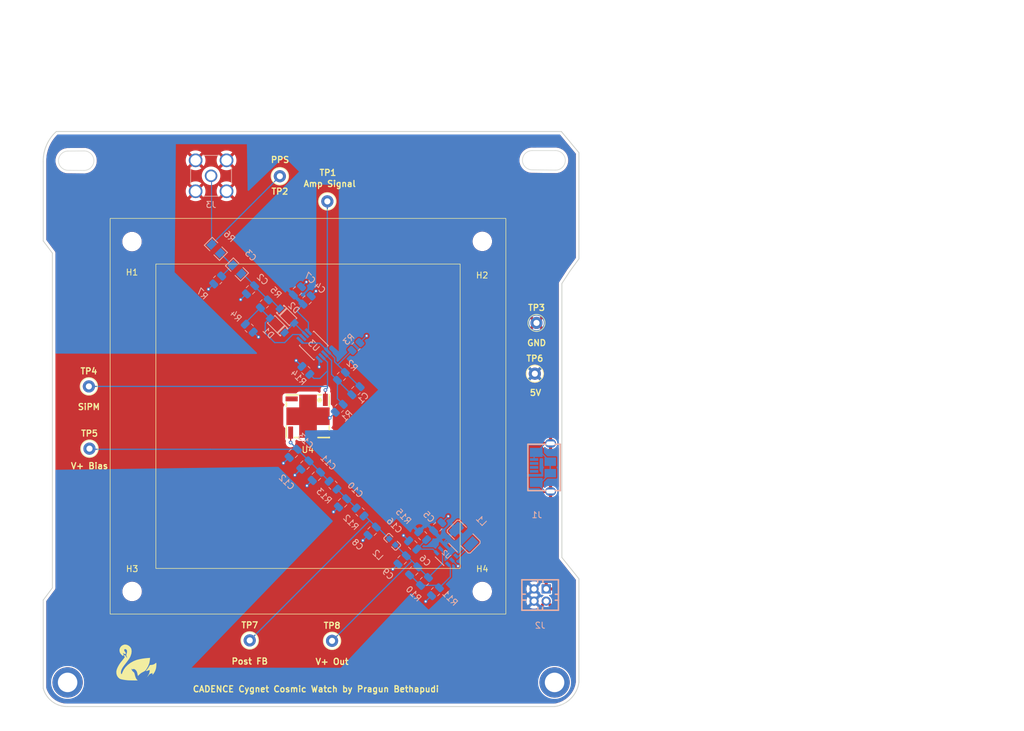
<source format=kicad_pcb>
(kicad_pcb (version 20241229) (generator "pcbnew") (generator_version "9.0")
  (layers (0 "F.Cu" signal) (4 "In1.Cu" signal) (6 "In2.Cu" signal) (2 "B.Cu" signal) (13 "F.Paste" user) (15 "B.Paste" user) (5 "F.SilkS" user "F.Silkscreen") (7 "B.SilkS" user "B.Silkscreen") (1 "F.Mask" user) (3 "B.Mask" user) (25 "Edge.Cuts" user))
  (net 0 "")
  (net 1 "Net-(U3A--)")
  (net 2 "Net-(U3B-+)")
  (net 3 "Net-(D2-K)")
  (net 4 "GND")
  (net 5 "Net-(C3-Pad2)")
  (net 6 "+5V")
  (net 7 "V_Out")
  (net 8 "FB")
  (net 9 "V_Bias")
  (net 10 "Net-(C10-Pad1)")
  (net 11 "Net-(U4-CATHODE)")
  (net 12 "Net-(U2-*SHDN)")
  (net 13 "Net-(D1-A)")
  (net 14 "Net-(D1-K)")
  (net 18 "Post Processed Signal")
  (net 19 "SiPM Signal")
  (net 20 "Net-(U2-SW)")
  (net 23 "Chassis Ground")
  (footprint "TestPoint:TestPoint_Keystone_5000-5004_Miniature" (layer "F.Cu") (at 96.925 104.375)
    (property "Reference" "TP5")
    (property "Value" "V+ Bias")
  )
  (footprint "MountingHole:MountingHole_2.7mm_M2.5" (layer "F.Cu") (at 103.91 70.36)
    (property "Reference" "H1")
    (property "Value" "MountingHole_Pad")
  )
  (footprint "" (layer "F.Cu") (at 173.33 142.78)
    (property "Reference" "")
    (property "Value" "")
  )
  (footprint "MountingHole:MountingHole_2.7mm_M2.5" (layer "F.Cu") (at 161.45 127.84)
    (property "Reference" "H4")
    (property "Value" "MountingHole_Pad")
  )
  (footprint "" (layer "F.Cu") (at 93.33 142.78)
    (property "Reference" "")
    (property "Value" "")
  )
  (footprint "TestPoint:TestPoint_Keystone_5000-5004_Miniature" (layer "F.Cu") (at 128.2 59.62 180)
    (property "Reference" "TP2")
    (property "Value" "PPS")
  )
  (footprint "TestPoint:TestPoint_Keystone_5000-5004_Miniature" (layer "F.Cu") (at 136.775 135.95)
    (property "Reference" "TP8")
    (property "Value" "V+ Out")
  )
  (footprint "SiPM-MicroFC60035:OPTO-SMD_4P-MICROFC-60035-SMT-TR" (layer "F.Cu") (at 132.825 99.05 180)
    (property "Reference" "U4")
    (property "Value" "MICROFC-60035-SMT-TR")
  )
  (footprint "TestPoint:TestPoint_Keystone_5000-5004_Miniature" (layer "F.Cu") (at 170.36 83.72)
    (property "Reference" "TP3")
    (property "Value" "GND")
  )
  (footprint "MountingHole:MountingHole_2.7mm_M2.5" (layer "F.Cu") (at 103.93 127.83)
    (property "Reference" "H3")
    (property "Value" "MountingHole_Pad")
  )
  (footprint "TestPoint:TestPoint_Keystone_5000-5004_Miniature" (layer "F.Cu") (at 123.25 135.875)
    (property "Reference" "TP7")
    (property "Value" "Post FB")
  )
  (footprint "LOGO" (layer "F.Cu") (at 156.2 59.69)
    (property "Reference" "G***" (hide yes))
    (property "Value" "LOGO" (hide yes))
  )
  (footprint "TestPoint:TestPoint_Keystone_5000-5004_Miniature" (layer "F.Cu") (at 136 63.75)
    (property "Reference" "TP1")
    (property "Value" "Amp Signal")
  )
  (footprint "TestPoint:TestPoint_Keystone_5000-5004_Miniature" (layer "F.Cu") (at 170.09 92.06)
    (property "Reference" "TP6")
    (property "Value" "5V")
  )
  (footprint "MountingHole:MountingHole_2.7mm_M2.5" (layer "F.Cu") (at 161.46 70.32)
    (property "Reference" "H2")
    (property "Value" "MountingHole_Pad")
  )
  (footprint "TestPoint:TestPoint_Keystone_5000-5004_Miniature" (layer "F.Cu") (at 96.825 94.15)
    (property "Reference" "TP4")
    (property "Value" "SiPM")
  )
  (footprint "LOGO" (layer "F.Cu") (at 104.61 139.51)
    (property "Reference" "G***" (hide yes))
    (property "Value" "LOGO" (hide yes))
  )
  (footprint "Capacitor_SMD:C_0805_2012Metric" (layer "B.Cu") (at 150.179765 124.459765 -135)
    (property "Reference" "C6")
    (property "Value" "22pF")
  )
  (footprint "LT1807MSOP:MSOP-8_MS_LIT" (layer "B.Cu") (at 133.773775 87.448775 135)
    (property "Reference" "U3")
    (property "Value" "LT1807")
  )
  (footprint "Capacitor_SMD:C_0805_2012Metric" (layer "B.Cu") (at 134.193249 108.916751 -135)
    (property "Reference" "C11")
    (property "Value" "10nF")
  )
  (footprint "OnSemi MBR0540:SOD-123_L2.8-W1.8-LS3.7-RD" (layer "B.Cu") (at 127.775 84.125 135)
    (property "Reference" "D1")
    (property "Value" "~")
  )
  (footprint "Capacitor_SMD:C_0805_2012Metric" (layer "B.Cu") (at 123.378775 78.278775 45)
    (property "Reference" "C2")
    (property "Value" "20nF")
  )
  (footprint "Resistor_SMD:R_0805_2012Metric" (layer "B.Cu") (at 117.984765 76.665235 45)
    (property "Reference" "R7")
    (property "Value" "24.9k")
  )
  (footprint "Resistor_SMD:R_0805_2012Metric" (layer "B.Cu") (at 132.470235 91.520235 135)
    (property "Reference" "R14")
    (property "Value" "49.9")
  )
  (footprint "BLM18BD252SN1D:L0603" (layer "B.Cu") (at 146.663039 119.686541 -45)
    (property "Reference" "L2")
    (property "Value" "BLM18BD252SN1D")
  )
  (footprint "Capacitor_SMD:C_0805_2012Metric" (layer "B.Cu") (at 132.323249 107.066751 -135)
    (property "Reference" "C12")
    (property "Value" "10nF")
  )
  (footprint "Resistor_SMD:R_0805_2012Metric" (layer "B.Cu") (at 123.168775 84.578775 135)
    (property "Reference" "R4")
    (property "Value" "100k")
  )
  (footprint "Resistor_SMD:R_0805_2012Metric" (layer "B.Cu") (at 136.933249 110.376751 -45)
    (property "Reference" "R13")
    (property "Value" "49.9")
  )
  (footprint "LQH32CN470K23:L1210" (layer "B.Cu") (at 158.398228 118.828225 135)
    (property "Reference" "L1")
    (property "Value" "47uH")
  )
  (footprint "DF11-4DP-2DSA:CONN-TH_DF11-4DP-2DSA-08" (layer "B.Cu") (at 170.96 128.42)
    (property "Reference" "J2")
    (property "Value" "DF11")
  )
  (footprint "Capacitor_SMD:C_0805_2012Metric" (layer "B.Cu") (at 130.403249 105.146751 -135)
    (property "Reference" "C13")
    (property "Value" "10nF")
  )
  (footprint "Capacitor_SMD:C_0805_2012Metric" (layer "B.Cu") (at 150.033014 120.206516 135)
    (property "Reference" "C16")
    (property "Value" "47nF")
  )
  (footprint "Resistor_SMD:R_0805_2012Metric" (layer "B.Cu") (at 140.698775 87.598775 -135)
    (property "Reference" "R3")
    (property "Value" "10k")
  )
  (footprint "Resistor_SMD:R_0805_2012Metric" (layer "B.Cu") (at 137.951658 97.746658 -135)
    (property "Reference" "R1")
    (property "Value" "249")
  )
  (footprint "Capacitor_SMD:C_0805_2012Metric" (layer "B.Cu") (at 131.088249 78.461751 45)
    (property "Reference" "C7")
    (property "Value" "0.1uF")
  )
  (footprint "Resistor_SMD:R_0805_2012Metric" (layer "B.Cu") (at 153.762779 127.876751 -135)
    (property "Reference" "R11")
    (property "Value" "10k")
  )
  (footprint "Capacitor_SMD:C_0805_2012Metric" (layer "B.Cu") (at 148.283014 122.656516 -135)
    (property "Reference" "C9")
    (property "Value" "0.47uF")
  )
  (footprint "MOLEX MicroUSB:MICRO-USB-SMD_5P-P0.65-H-F_105164-0001" (layer "B.Cu") (at 171.32 107.46 180)
    (property "Reference" "J1")
    (property "Value" "USB_B_Micro")
  )
  (footprint "Capacitor_SMD:C_0805_2012Metric" (layer "B.Cu") (at 143.358014 117.931516 -135)
    (property "Reference" "C8")
    (property "Value" "1uF")
  )
  (footprint "OnSemi MBR0540:SOD-123_L2.8-W1.8-LS3.7-RD" (layer "B.Cu") (at 129.368775 82.548775 -45)
    (property "Reference" "D2")
    (property "Value" "~")
  )
  (footprint "Capacitor_SMD:C_0805_2012Metric" (layer "B.Cu") (at 154.136263 117.203267 45)
    (property "Reference" "C5")
    (property "Value" "1uF")
  )
  (footprint "Resistor_SMD:R_0805_2012Metric" (layer "B.Cu") (at 138.30354 92.49401 45)
    (property "Reference" "R2")
    (property "Value" "10k")
  )
  (footprint "Capacitor_SMD:C_0805_2012Metric" (layer "B.Cu") (at 138.501498 113.278502 -135)
    (property "Reference" "C10")
    (property "Value" "10nF")
  )
  (footprint "RC0805JR-070RL:R0805" (layer "B.Cu") (at 117.688 71.552 135)
    (property "Reference" "R6")
    (property "Value" "0")
  )
  (footprint "LT3461:TSOT-23_S6_LIT" (layer "B.Cu") (at 155.55031 121.755307 135)
    (property "Reference" "U2")
    (property "Value" "LT3461ES6-TRPBF")
  )
  (footprint "Connector_Coaxial:SMA_Amphenol_901-144_Vertical" (layer "B.Cu") (at 116.9 59.55)
    (property "Reference" "J3")
    (property "Value" "Conn_Coaxial")
  )
  (footprint "Resistor_SMD:R_0805_2012Metric" (layer "B.Cu") (at 141.371498 114.778502 -45)
    (property "Reference" "R12")
    (property "Value" "49.9")
  )
  (footprint "RC0805JR-070RL:R0805" (layer "B.Cu") (at 121.158775 74.928775 135)
    (property "Reference" "C3")
    (property "Value" "0")
  )
  (footprint "Resistor_SMD:R_0805_2012Metric" (layer "B.Cu") (at 151.953249 126.186281 -135)
    (property "Reference" "R10")
    (property "Value" "226k")
  )
  (footprint "Capacitor_SMD:C_0805_2012Metric" (layer "B.Cu") (at 140.698775 94.848775 45)
    (property "Reference" "C1")
    (property "Value" "10pF")
  )
  (footprint "Resistor_SMD:R_0805_2012Metric" (layer "B.Cu") (at 151.658014 118.681516 135)
    (property "Reference" "R15")
    (property "Value" "47k")
  )
  (footprint "Capacitor_SMD:C_0805_2012Metric" (layer "B.Cu") (at 132.666498 79.958502 45)
    (property "Reference" "C4")
    (property "Value" "10uF")
  )
  (footprint "Resistor_SMD:R_0805_2012Metric" (layer "B.Cu") (at 125.648775 80.588775 45)
    (property "Reference" "R5")
    (property "Value" "100k")
  )
  (gr_rect (start 107.825 74.05) (end 157.825 124.05) (stroke (width 0.1)) (fill no) (layer "F.SilkS"))
  (gr_rect (start 100.325 66.55) (end 165.325 131.55) (stroke (width 0.1)) (fill no) (layer "F.SilkS"))
  (gr_line (start 93.329739 55.490806) (end 96.029962 55.465022) (stroke (width 0.1)) (layer "Edge.Cuts"))
  (gr_line (start 174.53 122.25) (end 174.53 77.25) (stroke (width 0.15)) (layer "Edge.Cuts"))
  (gr_arc (start 96.029962 55.465022) (mid 97.629958 57.065022) (end 96.029962 58.665022) (stroke (width 0.1)) (layer "Edge.Cuts"))
  (gr_arc (start 173.479962 55.415022) (mid 175.079958 57.015022) (end 173.479962 58.615022) (stroke (width 0.1)) (layer "Edge.Cuts"))
  (gr_arc (start 93.279764 58.640013) (mid 91.835554 57.042095) (end 93.329739 55.490806) (stroke (width 0.1)) (layer "Edge.Cuts"))
  (gr_line (start 89.33 129.25) (end 89.33 143.75) (stroke (width 0.15)) (layer "Edge.Cuts"))
  (gr_line (start 177.33 125.75) (end 174.53 122.25) (stroke (width 0.15)) (layer "Edge.Cuts"))
  (gr_arc (start 89.33 57.25) (mid 89.864893 54.520086) (end 91.49352 52.264845) (stroke (width 0.15)) (layer "Edge.Cuts"))
  (gr_line (start 175.83 75.25) (end 177.33 73.194322) (stroke (width 0.15)) (layer "Edge.Cuts"))
  (gr_arc (start 93.33 146.75) (mid 90.817625 145.933181) (end 89.33 143.75) (stroke (width 0.15)) (layer "Edge.Cuts"))
  (gr_line (start 177.33 73.194322) (end 177.33 55.75) (stroke (width 0.15)) (layer "Edge.Cuts"))
  (gr_line (start 173.479962 55.415022) (end 169.679937 55.415815) (stroke (width 0.1)) (layer "Edge.Cuts"))
  (gr_arc (start 177.33 142.75) (mid 176.006406 145.426406) (end 173.33 146.75) (stroke (width 0.15)) (layer "Edge.Cuts"))
  (gr_line (start 90.83 72.25) (end 89.33 70.25) (stroke (width 0.15)) (layer "Edge.Cuts"))
  (gr_line (start 89.33 129.25) (end 90.83 127.25) (stroke (width 0.15)) (layer "Edge.Cuts"))
  (gr_line (start 173.33 146.75) (end 93.33 146.75) (stroke (width 0.15)) (layer "Edge.Cuts"))
  (gr_line (start 91.49352 52.264845) (end 174.428162 52.264845) (stroke (width 0.15)) (layer "Edge.Cuts"))
  (gr_line (start 169.629962 58.565022) (end 173.479962 58.615022) (stroke (width 0.1)) (layer "Edge.Cuts"))
  (gr_line (start 177.33 142.749996) (end 177.33 125.75) (stroke (width 0.15)) (layer "Edge.Cuts"))
  (gr_line (start 174.53 77.25) (end 175.83 75.25) (stroke (width 0.15)) (layer "Edge.Cuts"))
  (gr_line (start 93.279764 58.640013) (end 96.029962 58.665022) (stroke (width 0.1)) (layer "Edge.Cuts"))
  (gr_arc (start 169.629962 58.565022) (mid 168.055156 56.965031) (end 169.679937 55.415815) (stroke (width 0.1)) (layer "Edge.Cuts"))
  (gr_line (start 89.33 57.25) (end 89.33 70.25) (stroke (width 0.15)) (layer "Edge.Cuts"))
  (gr_line (start 90.83 127.25) (end 90.83 72.25) (stroke (width 0.15)) (layer "Edge.Cuts"))
  (gr_line (start 174.436897 52.264845) (end 177.33 55.75) (stroke (width 0.15)) (layer "Edge.Cuts"))
  (gr_text "PPS" (at 128.23 56.92 0) (layer "F.SilkS") (effects (font (size 1 1) (thickness 0.2) (bold yes))))
  (gr_text "CADENCE Cygnet Cosmic Watch by Pragun Bethapudi" (at 113.8 144.46 0) (layer "F.SilkS") (effects (font (size 1 1) (thickness 0.2) (bold yes)) (justify left bottom)))
  (gr_text "Amp Signal" (at 132 61.45 0) (layer "F.SilkS") (effects (font (size 1 1) (thickness 0.2) (bold yes)) (justify left bottom)))
  (gr_text "5V" (at 170.2 95.19 0) (layer "F.SilkS") (effects (font (size 1 1) (thickness 0.2) (bold yes))))
  (segment (start 135.32962 88.545) (end 136.698775 89.914155) (width 0.2) (layer "B.Cu") (net 1))
  (segment (start 136.698775 92.179715) (end 137.658305 93.139245) (width 0.2) (layer "B.Cu") (net 1))
  (segment (start 137.658305 93.139245) (end 137.658305 96.162835) (width 0.2) (layer "B.Cu") (net 1))
  (segment (start 137.658305 96.162835) (end 138.596893 97.101423) (width 0.2) (layer "B.Cu") (net 1))
  (segment (start 135.57962 88.795) (end 135.68547 88.795) (width 0.2) (layer "B.Cu") (net 1))
  (segment (start 137.658305 93.151807) (end 137.658305 93.139245) (width 0.2) (layer "B.Cu") (net 1))
  (segment (start 136.698775 89.914155) (end 136.698775 92.179715) (width 0.2) (layer "B.Cu") (net 1))
  (segment (start 140.027024 95.520526) (end 137.658305 93.151807) (width 0.2) (layer "B.Cu") (net 1))
  (segment (start 137.448775 90.348775) (end 138.948775 91.848775) (width 0.2) (layer "B.Cu") (net 2))
  (segment (start 135.095703 87.391847) (end 136.039238 88.335382) (width 0.2) (layer "B.Cu") (net 2))
  (segment (start 135.789238 88.085382) (end 137.198775 89.494919) (width 0.2) (layer "B.Cu") (net 2))
  (segment (start 141.277024 94.177024) (end 141.370526 94.177024) (width 0.2) (layer "B.Cu") (net 2))
  (segment (start 136 88.271524) (end 136 63.75) (width 0.2) (layer "B.Cu") (net 2))
  (segment (start 131.508312 86.562168) (end 131.982802 87.036658) (width 0.2) (layer "B.Cu") (net 2))
  (segment (start 137.198775 89.494919) (end 137.198775 90.098775) (width 0.2) (layer "B.Cu") (net 2))
  (segment (start 138.948775 91.848775) (end 141.277024 94.177024) (width 0.2) (layer "B.Cu") (net 2))
  (segment (start 137.198775 90.098775) (end 137.448775 90.348775) (width 0.2) (layer "B.Cu") (net 2))
  (segment (start 134.740514 87.036658) (end 135.095703 87.391847) (width 0.2) (layer "B.Cu") (net 2))
  (segment (start 131.982802 87.036658) (end 134.740514 87.036658) (width 0.2) (layer "B.Cu") (net 2))
  (segment (start 136.039238 88.335382) (end 136.039238 88.310762) (width 0.2) (layer "B.Cu") (net 2))
  (segment (start 140.05354 88.24401) (end 137.698775 90.598775) (width 0.2) (layer "B.Cu") (net 2))
  (segment (start 136.039238 88.310762) (end 136 88.271524) (width 0.2) (layer "B.Cu") (net 2))
  (segment (start 126.29401 79.94354) (end 124.050526 77.700056) (width 0.2) (layer "B.Cu") (net 3))
  (segment (start 124.050526 77.607024) (end 122.079384 75.635882) (width 0.2) (layer "B.Cu") (net 3))
  (segment (start 128.173765 81.353765) (end 126.76354 79.94354) (width 0.2) (layer "B.Cu") (net 3))
  (segment (start 126.76354 79.94354) (end 126.29401 79.94354) (width 0.2) (layer "B.Cu") (net 3))
  (segment (start 124.050526 77.700056) (end 124.050526 77.607024) (width 0.2) (layer "B.Cu") (net 3))
  (segment (start 171.81 111.41) (end 170.32 109.92) (width 0.2) (layer "B.Cu") (net 4))
  (segment (start 122.707024 78.950526) (end 122.697024 78.950526) (width 0.2) (layer "B.Cu") (net 4))
  (segment (start 129.731498 105.818502) (end 129.721498 105.818502) (width 0.2) (layer "B.Cu") (net 4))
  (segment (start 134.660382 89.714238) (end 134.664238 89.714238) (width 0.2) (layer "B.Cu") (net 4))
  (segment (start 156.484764 122.684764) (end 157.47 123.67) (width 0.2) (layer "B.Cu") (net 4))
  (segment (start 131.651498 107.738502) (end 130.665 108.725) (width 0.2) (layer "B.Cu") (net 4))
  (segment (start 133.521498 109.588502) (end 133.511498 109.588502) (width 0.2) (layer "B.Cu") (net 4))
  (segment (start 137.306423 98.411893) (end 136.391658 99.326658) (width 0.2) (layer "B.Cu") (net 4))
  (segment (start 137.829747 113.950253) (end 137.01 114.77) (width 0.2) (layer "B.Cu") (net 4))
  (segment (start 154.808014 116.531516) (end 154.814512 116.531516) (width 0.2) (layer "B.Cu") (net 4))
  (segment (start 154.808014 116.531516) (end 154.808484 116.531516) (width 0.2) (layer "B.Cu") (net 4))
  (segment (start 156.479767 122.684764) (end 156.486262 122.684764) (width 0.2) (layer "B.Cu") (net 4))
  (segment (start 129.721498 105.818502) (end 128.78 106.76) (width 0.2) (layer "B.Cu") (net 4))
  (segment (start 169.97 106.16) (end 169.97 105.35) (width 0.2) (layer "B.Cu") (net 4))
  (segment (start 148.512779 118.636281) (end 149.361263 119.484765) (width 0.2) (layer "B.Cu") (net 4))
  (segment (start 133.521498 109.588502) (end 132.65 110.46) (width 0.2) (layer "B.Cu") (net 4))
  (segment (start 172.62 108.4) (end 171.1 109.92) (width 0.2) (layer "B.Cu") (net 4))
  (segment (start 133.338249 79.281751) (end 134.13 78.49) (width 0.2) (layer "B.Cu") (net 4))
  (segment (start 149.361263 119.484765) (end 149.361263 119.534765) (width 0.2) (layer "B.Cu") (net 4))
  (segment (start 172.67 103.51) (end 171.81 103.51) (width 0.2) (layer "B.Cu") (net 4))
  (segment (start 171.81 103.51) (end 170.32 105) (width 0.2) (layer "B.Cu") (net 4))
  (segment (start 131.825 90.875) (end 131.825 90.85) (width 0.2) (layer "B.Cu") (net 4))
  (segment (start 169.97 105.35) (end 170.32 105) (width 0.2) (layer "B.Cu") (net 4))
  (segment (start 172.67 111.41) (end 171.81 111.41) (width 0.2) (layer "B.Cu") (net 4))
  (segment (start 147.611263 123.328267) (end 146.759765 124.179765) (width 0.2) (layer "B.Cu") (net 4))
  (segment (start 131.825 90.85) (end 130.875 89.9) (width 0.2) (layer "B.Cu") (net 4))
  (segment (start 171.1 109.92) (end 170.32 109.92) (width 0.2) (layer "B.Cu") (net 4))
  (segment (start 123.81401 85.22401) (end 123.87401 85.22401) (width 0.2) (layer "B.Cu") (net 4))
  (segment (start 154.808484 116.531516) (end 155.86 115.48) (width 0.2) (layer "B.Cu") (net 4))
  (segment (start 134.660382 89.714238) (end 134.660382 90.939618) (width 0.2) (layer "B.Cu") (net 4))
  (segment (start 123.87401 85.22401) (end 124.688775 86.038775) (width 0.2) (layer "B.Cu") (net 4))
  (segment (start 133.338249 79.286751) (end 133.338249 79.281751) (width 0.2) (layer "B.Cu") (net 4))
  (segment (start 134.660382 90.939618) (end 134.66 90.94) (width 0.2) (layer "B.Cu") (net 4))
  (segment (start 172.62 106.52) (end 172.62 108.4) (width 0.2) (layer "B.Cu") (net 4))
  (segment (start 132.028249 77.778249) (end 131.946751 77.778249) (width 0.2) (layer "B.Cu") (net 4))
  (segment (start 156.479767 122.684764) (end 156.484764 122.684764) (width 0.2) (layer "B.Cu") (net 4))
  (segment (start 153.108014 128.521986) (end 152.15 129.48) (width 0.2) (layer "B.Cu") (net 4))
  (segment (start 172.62 106.52) (end 171.1 105) (width 0.2) (layer "B.Cu") (net 4))
  (segment (start 117.33953 77.31047) (end 116.47 78.18) (width 0.2) (layer "B.Cu") (net 4))
  (segment (start 171.1 105) (end 170.32 105) (width 0.2) (layer "B.Cu") (net 4))
  (segment (start 122.697024 78.950526) (end 121.758775 79.888775) (width 0.2) (layer "B.Cu") (net 4))
  (segment (start 141.34401 86.95354) (end 142.448775 85.848775) (width 0.2) (layer "B.Cu") (net 4))
  (segment (start 142.686263 118.603267) (end 141.833014 119.456516) (width 0.2) (layer "B.Cu") (net 4))
  (segment (start 131.76 77.79) (end 132.56 76.99) (width 0.2) (layer "B.Cu") (net 4))
  (segment (start 137.306423 98.391893) (end 137.306423 98.411893) (width 0.2) (layer "B.Cu") (net 4))
  (segment (start 130.665 108.725) (end 130.66 108.73) (width 0.2) (layer "B.Cu") (net 4))
  (segment (start 146.759765 124.179765) (end 146.758014 124.181516) (width 0.2) (layer "B.Cu") (net 4))
  (segment (start 153.117544 128.521986) (end 153.108014 128.521986) (width 0.2) (layer "B.Cu") (net 4))
  (via micro (at 130.665 108.725) (size 0.6) (drill 0.3) (layers "In2.Cu" "B.Cu") (net 4))
  (via micro (at 121.758775 79.888775) (size 0.6) (drill 0.3) (layers "In2.Cu" "B.Cu") (net 4))
  (via micro (at 148.512779 118.636281) (size 0.6) (drill 0.3) (layers "In2.Cu" "B.Cu") (net 4))
  (via micro (at 132.65 110.46) (size 0.6) (drill 0.3) (layers "In2.Cu" "B.Cu") (net 4))
  (via micro (at 134.660382 90.939618) (size 0.6) (drill 0.3) (layers "In2.Cu" "B.Cu") (net 4))
  (via micro (at 128.78 106.76) (size 0.6) (drill 0.3) (layers "In2.Cu" "B.Cu") (net 4))
  (via micro (at 157.47 123.67) (size 0.6) (drill 0.3) (layers "In2.Cu" "B.Cu") (net 4))
  (via micro (at 142.448775 85.848775) (size 0.6) (drill 0.3) (layers "In2.Cu" "B.Cu") (net 4))
  (via micro (at 134.13 78.49) (size 0.6) (drill 0.3) (layers "In2.Cu" "B.Cu") (net 4))
  (via micro (at 116.47 78.18) (size 0.6) (drill 0.3) (layers "In2.Cu" "B.Cu") (net 4))
  (via micro (at 141.833014 119.456516) (size 0.6) (drill 0.3) (layers "In2.Cu" "B.Cu") (net 4))
  (via micro (at 124.688775 86.038775) (size 0.6) (drill 0.3) (layers "In2.Cu" "B.Cu") (net 4))
  (via micro (at 155.86 115.48) (size 0.6) (drill 0.3) (layers "In2.Cu" "B.Cu") (net 4))
  (via micro (at 152.15 129.48) (size 0.6) (drill 0.3) (layers "In2.Cu" "B.Cu") (net 4))
  (via micro (at 136.391658 99.326658) (size 0.6) (drill 0.3) (layers "In2.Cu" "B.Cu") (net 4))
  (via micro (at 146.759765 124.179765) (size 0.6) (drill 0.3) (layers "In2.Cu" "B.Cu") (net 4))
  (via micro (at 132.56 76.99) (size 0.6) (drill 0.3) (layers "In2.Cu" "B.Cu") (net 4))
  (via micro (at 130.875 89.9) (size 0.6) (drill 0.3) (layers "In2.Cu" "B.Cu") (net 4))
  (via micro (at 137.01 114.77) (size 0.6) (drill 0.3) (layers "In2.Cu" "B.Cu") (net 4))
  (segment (start 118.395107 72.259107) (end 120.357668 74.221668) (width 0.2) (layer "B.Cu") (net 5))
  (segment (start 120.357668 74.221668) (end 120.451668 74.221668) (width 0.2) (layer "B.Cu") (net 5))
  (segment (start 120.451668 74.221668) (end 118.653336 76.02) (width 0.2) (layer "B.Cu") (net 5))
  (segment (start 118.653336 76.02) (end 118.63 76.02) (width 0.2) (layer "B.Cu") (net 5))
  (segment (start 132.887168 85.183312) (end 132.887168 83.657168) (width 0.2) (layer "B.Cu") (net 6))
  (segment (start 132.887168 85.183312) (end 132.883312 85.183312) (width 0.2) (layer "B.Cu") (net 6))
  (segment (start 155.292606 119.529683) (end 155.292606 120.154098) (width 0.2) (layer "B.Cu") (net 6))
  (segment (start 132.887168 83.657168) (end 131.14 81.91) (width 0.2) (layer "B.Cu") (net 6))
  (segment (start 151.012779 118.036281) (end 150.183014 117.206516) (width 0.2) (layer "B.Cu") (net 6))
  (segment (start 157.196146 117.626143) (end 155.292606 119.529683) (width 0.2) (layer "B.Cu") (net 6))
  (segment (start 130.603249 79.121751) (end 130.603249 79.126751) (width 0.2) (layer "B.Cu") (net 6))
  (segment (start 153.464512 118.326004) (end 153.464512 117.875018) (width 0.2) (layer "B.Cu") (net 6))
  (segment (start 155.292603 120.154098) (end 155.292606 120.154098) (width 0.2) (layer "B.Cu") (net 6))
  (segment (start 131.994747 80.630253) (end 130.497996 79.133502) (width 0.2) (layer "B.Cu") (net 6))
  (segment (start 130.603249 79.121751) (end 130.598249 79.121751) (width 0.2) (layer "B.Cu") (net 6))
  (segment (start 130.684747 79.121751) (end 130.603249 79.121751) (width 0.2) (layer "B.Cu") (net 6))
  (segment (start 155.292606 120.154098) (end 153.464512 118.326004) (width 0.2) (layer "B.Cu") (net 6))
  (segment (start 131.14 81.91) (end 131.14 81.485) (width 0.2) (layer "B.Cu") (net 6))
  (segment (start 131.14 81.485) (end 131.994747 80.630253) (width 0.2) (layer "B.Cu") (net 6))
  (segment (start 130.497996 79.133502) (end 130.416498 79.133502) (width 0.2) (layer "B.Cu") (net 6))
  (segment (start 154.930672 123.208858) (end 152.598484 125.541046) (width 0.2) (layer "B.Cu") (net 7))
  (segment (start 149.944251 122.880749) (end 149.048267 121.984765) (width 0.2) (layer "B.Cu") (net 7))
  (segment (start 136.775 135.95) (end 149.844251 122.880749) (width 0.2) (layer "B.Cu") (net 7))
  (segment (start 149.844251 122.880749) (end 149.944251 122.880749) (width 0.2) (layer "B.Cu") (net 7))
  (segment (start 150.851516 123.788014) (end 149.944251 122.880749) (width 0.2) (layer "B.Cu") (net 7))
  (segment (start 149.048267 121.984765) (end 148.954765 121.984765) (width 0.2) (layer "B.Cu") (net 7))
  (segment (start 154.620853 120.82585) (end 154.930672 121.135669) (width 0.2) (layer "B.Cu") (net 7))
  (segment (start 148.954765 121.984765) (end 148.954765 121.978267) (width 0.2) (layer "B.Cu") (net 7))
  (segment (start 150.851516 123.788014) (end 152.598484 125.534982) (width 0.2) (layer "B.Cu") (net 7))
  (segment (start 148.954765 121.978267) (end 147.974101 120.997603) (width 0.2) (layer "B.Cu") (net 7))
  (segment (start 147.974101 120.997603) (end 147.158014 120.181516) (width 0.2) (layer "B.Cu") (net 7))
  (segment (start 154.930672 121.135669) (end 154.930672 123.208858) (width 0.2) (layer "B.Cu") (net 7))
  (segment (start 155.808014 123.356516) (end 156.208014 123.756516) (width 0.2) (layer "B.Cu") (net 8))
  (segment (start 156.208014 123.756516) (end 156.208014 125.431516) (width 0.2) (layer "B.Cu") (net 8))
  (segment (start 151.308014 126.831516) (end 149.608014 125.131516) (width 0.2) (layer "B.Cu") (net 8))
  (segment (start 156.208014 125.431516) (end 154.408014 127.231516) (width 0.2) (layer "B.Cu") (net 8))
  (segment (start 151.308014 126.831516) (end 154.008014 126.831516) (width 0.2) (layer "B.Cu") (net 8))
  (segment (start 142.193737 115.423737) (end 142.016733 115.423737) (width 0.2) (layer "B.Cu") (net 9))
  (segment (start 142.9725 116.2025) (end 142.193737 115.423737) (width 0.2) (layer "B.Cu") (net 9))
  (segment (start 144.236263 117.259765) (end 144.029765 117.259765) (width 0.2) (layer "B.Cu") (net 9))
  (segment (start 144.029765 117.259765) (end 144.029765 117.253267) (width 0.2) (layer "B.Cu") (net 9))
  (segment (start 144.029765 117.259765) (end 142.9725 116.2025) (width 0.2) (layer "B.Cu") (net 9))
  (segment (start 123.25 135.875) (end 142.9225 116.2025) (width 0.2) (layer "B.Cu") (net 9))
  (segment (start 146.168064 119.191566) (end 144.236263 117.259765) (width 0.2) (layer "B.Cu") (net 9))
  (segment (start 142.9225 116.2025) (end 142.9725 116.2025) (width 0.2) (layer "B.Cu") (net 9))
  (segment (start 139.173249 112.606751) (end 137.588484 111.021986) (width 0.2) (layer "B.Cu") (net 10))
  (segment (start 139.199747 112.606751) (end 139.173249 112.606751) (width 0.2) (layer "B.Cu") (net 10))
  (segment (start 137.588484 111.021986) (end 137.578484 111.021986) (width 0.2) (layer "B.Cu") (net 10))
  (segment (start 140.726263 114.133267) (end 139.199747 112.606751) (width 0.2) (layer "B.Cu") (net 10))
  (segment (start 129.965 101.75) (end 129.975 101.74) (width 0.2) (layer "F.Cu") (net 11))
  (segment (start 129.965 103.365) (end 129.965 101.75) (width 0.2) (layer "F.Cu") (net 11))
  (via (at 129.965 103.365) (size 0.6) (drill 0.3) (layers "F.Cu" "B.Cu") (net 11))
  (segment (start 131.075 104.475) (end 131.075 104.473502) (width 0.2) (layer "B.Cu") (net 11))
  (segment (start 132.995 106.395) (end 131.075 104.475) (width 0.2) (layer "B.Cu") (net 11))
  (segment (start 134.865 108.245) (end 133.015 106.395) (width 0.2) (layer "B.Cu") (net 11))
  (segment (start 116.75 104.475) (end 97.025 104.475) (width 0.2) (layer "B.Cu") (net 11))
  (segment (start 131.075 104.475) (end 116.75 104.475) (width 0.2) (layer "B.Cu") (net 11))
  (segment (start 134.865 108.308502) (end 134.865 108.245) (width 0.2) (layer "B.Cu") (net 11))
  (segment (start 131.075 104.475) (end 129.965 103.365) (width 0.2) (layer "B.Cu") (net 11))
  (segment (start 97.025 104.475) (end 96.925 104.375) (width 0.2) (layer "B.Cu") (net 11))
  (segment (start 136.288014 109.731516) (end 134.865 108.308502) (width 0.2) (layer "B.Cu") (net 11))
  (segment (start 133.015 106.395) (end 132.995 106.395) (width 0.2) (layer "B.Cu") (net 11))
  (segment (start 152.256281 119.326751) (end 152.303249 119.326751) (width 0.2) (layer "B.Cu") (net 12))
  (segment (start 153.949101 121.497603) (end 153.329765 120.878267) (width 0.2) (layer "B.Cu") (net 12))
  (segment (start 150.704765 120.878267) (end 151.504765 120.078267) (width 0.2) (layer "B.Cu") (net 12))
  (segment (start 153.329765 120.878267) (end 150.704765 120.878267) (width 0.2) (layer "B.Cu") (net 12))
  (segment (start 151.504765 120.078267) (end 152.256281 119.326751) (width 0.2) (layer "B.Cu") (net 12))
  (segment (start 129 86.95) (end 127.35 86.95) (width 0.2) (layer "B.Cu") (net 13))
  (segment (start 125.8 83.70998) (end 126.57999 82.92999) (width 0.2) (layer "B.Cu") (net 13))
  (segment (start 125.00354 81.35354) (end 125.00354 81.23401) (width 0.2) (layer "B.Cu") (net 13))
  (segment (start 131.96793 86.10255) (end 131.49344 85.62806) (width 0.2) (layer "B.Cu") (net 13))
  (segment (start 125.8 85.4) (end 125.8 83.70998) (width 0.2) (layer "B.Cu") (net 13))
  (segment (start 122.52354 83.71401) (end 122.52354 83.93354) (width 0.2) (layer "B.Cu") (net 13))
  (segment (start 130.32194 85.62806) (end 129 86.95) (width 0.2) (layer "B.Cu") (net 13))
  (segment (start 131.49344 85.62806) (end 130.32194 85.62806) (width 0.2) (layer "B.Cu") (net 13))
  (segment (start 127.35 86.95) (end 125.8 85.4) (width 0.2) (layer "B.Cu") (net 13))
  (segment (start 126.57999 82.92999) (end 125.00354 81.35354) (width 0.2) (layer "B.Cu") (net 13))
  (segment (start 125.00354 81.23401) (end 122.52354 83.71401) (width 0.2) (layer "B.Cu") (net 13))
  (segment (start 128.97001 85.32001) (end 130.546235 83.743785) (width 0.2) (layer "B.Cu") (net 14))
  (segment (start 132.42755 85.64293) (end 132.42755 85.60755) (width 0.2) (layer "B.Cu") (net 14))
  (segment (start 132.42755 85.60755) (end 130.563785 83.743785) (width 0.2) (layer "B.Cu") (net 14))
  (segment (start 130.546235 83.743785) (end 130.563785 83.743785) (width 0.2) (layer "B.Cu") (net 14))
  (segment (start 116.980893 70.844893) (end 128.2 59.625786) (width 0.2) (layer "B.Cu") (net 18))
  (segment (start 116.980893 59.630893) (end 116.9 59.55) (width 0.2) (layer "B.Cu") (net 18))
  (segment (start 116.980893 70.844893) (end 116.980893 59.630893) (width 0.1565) (layer "B.Cu") (net 18))
  (segment (start 128.2 59.625786) (end 128.2 59.62) (width 0.2) (layer "B.Cu") (net 18))
  (segment (start 135.681658 94.746658) (end 135.681658 96.353342) (width 0.2) (layer "F.Cu") (net 19))
  (segment (start 135.681658 96.353342) (end 135.675 96.36) (width 0.2) (layer "F.Cu") (net 19))
  (via (at 135.681658 94.746658) (size 0.6) (drill 0.3) (layers "F.Cu" "B.Cu") (net 19))
  (segment (start 136.028775 94.1) (end 135.978775 94.15) (width 0.2) (layer "B.Cu") (net 19))
  (segment (start 136.028775 94.1) (end 136.028775 94.399541) (width 0.2) (layer "B.Cu") (net 19))
  (segment (start 135.963775 90.113775) (end 136.028775 90.178775) (width 0.2) (layer "B.Cu") (net 19))
  (segment (start 134.788775 92.838775) (end 133.788775 92.838775) (width 0.2) (layer "B.Cu") (net 19))
  (segment (start 135.963775 90.113775) (end 135.12 89.27) (width 0.2) (layer "B.Cu") (net 19))
  (segment (start 135.12 89.27) (end 135.12 89.25462) (width 0.2) (layer "B.Cu") (net 19))
  (segment (start 136.028775 91.598775) (end 134.788775 92.838775) (width 0.2) (layer "B.Cu") (net 19))
  (segment (start 135.978775 94.15) (end 96.825 94.15) (width 0.2) (layer "B.Cu") (net 19))
  (segment (start 136.028775 90.178775) (end 136.028775 91.598775) (width 0.2) (layer "B.Cu") (net 19))
  (segment (start 136.028775 91.598775) (end 136.028775 94.1) (width 0.2) (layer "B.Cu") (net 19))
  (segment (start 133.788775 92.838775) (end 133.11547 92.16547) (width 0.2) (layer "B.Cu") (net 19))
  (segment (start 136.028775 94.399541) (end 135.681658 94.746658) (width 0.2) (layer "B.Cu") (net 19))
  (segment (start 157.617606 122.013011) (end 157.151519 122.013011) (width 0.2) (layer "B.Cu") (net 20))
  (segment (start 159.60031 120.030307) (end 157.617606 122.013011) (width 0.2) (layer "B.Cu") (net 20))
  (zone (net 4) (net_name "GND") (layer "F.Cu") (priority 3) (connect_pads (clearance 0.5)) (min_thickness 0.25) (fill yes (thermal_gap 0.5) (thermal_bridge_width 0.5))
    (polygon (pts (xy 86.58 50.96) (xy 179.91 50.61) (xy 180.14 148.68) (xy 86.46 147.87)))
  )
  (zone (net 0) (net_name "") (layer "B.Cu") (name "GND") (connect_pads (clearance 0)) (min_thickness 0.25)
    (keepout (tracks allowed) (vias allowed) (pads allowed) (copperpour not_allowed) (footprints allowed))
    (fill (thermal_gap 0.5) (thermal_bridge_width 0.5))
    (polygon (pts (xy 169.1 103.84) (xy 170.88 103.85) (xy 170.85 108.41) (xy 168.96 108.36)))
  )
  (zone (net 0) (net_name "") (layer "B.Cu") (name "GND") (connect_pads (clearance 0)) (min_thickness 0.25)
    (keepout (tracks allowed) (vias allowed) (pads allowed) (copperpour not_allowed) (footprints allowed))
    (fill (thermal_gap 0.5) (thermal_bridge_width 0.5))
    (polygon (pts (xy 156.204523 127.424248) (xy 150.906545 122.185797) (xy 147.322959 125.682449) (xy 152.641885 130.822753)))
  )
  (zone (net 0) (net_name "") (layer "B.Cu") (name "GND") (connect_pads (clearance 0)) (min_thickness 0.25)
    (keepout (tracks allowed) (vias allowed) (pads allowed) (copperpour not_allowed) (footprints allowed))
    (fill (thermal_gap 0.5) (thermal_bridge_width 0.5))
    (polygon (pts (xy 136.31 87.71) (xy 136.69 87.35) (xy 133.77 84.54) (xy 133.21 85.17) (xy 133.55 85.53) (xy 133.2 86.6) (xy 135.42 86.84) (xy 136.31 87.7) (xy 136.33 87.71)))
  )
  (zone (net 0) (net_name "") (layer "B.Cu") (connect_pads (clearance 0)) (min_thickness 0.25)
    (keepout (tracks allowed) (vias allowed) (pads allowed) (copperpour not_allowed) (footprints allowed))
    (fill (thermal_gap 0.5) (thermal_bridge_width 0.5))
    (polygon (pts (xy 117.643897 67.247668) (xy 128.891188 56.435627) (xy 131.34573 58.868824) (xy 120.34862 69.960506)))
  )
  (zone (net 0) (net_name "") (layer "B.Cu") (name "GND") (connect_pads (clearance 0)) (min_thickness 0.25)
    (keepout (tracks not_allowed) (vias not_allowed) (pads not_allowed) (copperpour not_allowed) (footprints allowed))
    (fill (thermal_gap 0.5) (thermal_bridge_width 0.5))
    (polygon (pts (xy 125.26 79.71) (xy 124.24 78.66) (xy 123.86 78.79) (xy 122.94 79.96) (xy 122.75 80.15) (xy 123.81 81.33) (xy 125.26 79.7)))
  )
  (zone (net 0) (net_name "") (layer "B.Cu") (name "GND") (connect_pads (clearance 0)) (min_thickness 0.25)
    (keepout (tracks allowed) (vias allowed) (pads allowed) (copperpour not_allowed) (footprints allowed))
    (fill (thermal_gap 0.5) (thermal_bridge_width 0.5))
    (polygon (pts (xy 133.77 84.54) (xy 133.21 84.5) (xy 132.87 84.86) (xy 133.21 85.2) (xy 133.21 85.17)))
  )
  (zone (net 0) (net_name "") (layer "B.Cu") (name "GND") (connect_pads (clearance 0)) (min_thickness 0.25)
    (keepout (tracks allowed) (vias allowed) (pads allowed) (copperpour not_allowed) (footprints allowed))
    (fill (thermal_gap 0.5) (thermal_bridge_width 0.5))
    (polygon (pts (xy 149.76 118.27) (xy 147.37 115.89) (xy 145.52 117.75) (xy 147.9 120.03) (xy 149.76 118.25)))
  )
  (zone (net 0) (net_name "") (layer "B.Cu") (name "GND") (connect_pads (clearance 0)) (min_thickness 0.25)
    (keepout (tracks allowed) (vias allowed) (pads allowed) (copperpour not_allowed) (footprints allowed))
    (fill (thermal_gap 0.5) (thermal_bridge_width 0.5))
    (polygon (pts (xy 149.77 128.09) (xy 138.21 140.37) (xy 113.708643 140.355498) (xy 136.917545 116.31043) (xy 140.950937 120.258931) (xy 143.0725 120.2425) (xy 146.39 123.43) (xy 149.8 128.07)))
  )
  (zone (net 0) (net_name "") (layer "B.Cu") (name "GND") (connect_pads (clearance 0)) (min_thickness 0.25)
    (keepout (tracks not_allowed) (vias not_allowed) (pads not_allowed) (copperpour not_allowed) (footprints allowed))
    (fill (thermal_gap 0.5) (thermal_bridge_width 0.5))
    (polygon (pts (xy 131.74 83.38) (xy 131.93 83.17) (xy 128.57 80) (xy 128.18 80.4) (xy 129.03 81.2) (xy 128.17 82.58) (xy 129.31 83.69) (xy 130.63 82.77) (xy 131.64 83.49) (xy 131.81 83.3)))
  )
  (zone (net 0) (net_name "") (layer "B.Cu") (name "GND") (connect_pads (clearance 0)) (min_thickness 0.25)
    (keepout (tracks allowed) (vias allowed) (pads allowed) (copperpour not_allowed) (footprints allowed))
    (fill (thermal_gap 0.5) (thermal_bridge_width 0.5))
    (polygon (pts (xy 135.9 92.81) (xy 131.43 88.53) (xy 128.36 91.72) (xy 132.638815 96.160966)))
  )
  (zone (net 0) (net_name "") (layer "B.Cu") (connect_pads (clearance 0)) (min_thickness 0.25)
    (keepout (tracks allowed) (vias allowed) (pads allowed) (copperpour not_allowed) (footprints allowed))
    (fill (thermal_gap 0.5) (thermal_bridge_width 0.5))
    (polygon (pts (xy 111.12 54.35) (xy 122.78 54.37) (xy 122.930245 63.625141) (xy 110.920938 75.411915)))
  )
  (zone (net 0) (net_name "") (layer "B.Cu") (name "GND") (connect_pads (clearance 0)) (min_thickness 0.25)
    (keepout (tracks allowed) (vias allowed) (pads allowed) (copperpour not_allowed) (footprints allowed))
    (fill (thermal_gap 0.5) (thermal_bridge_width 0.5))
    (polygon (pts (xy 146.23 117.01) (xy 143.0725 120.2425) (xy 140.950937 120.258931) (xy 127.957644 107.362802) (xy 127.975225 106.095411) (xy 131.130478 103.1329) (xy 132.312899 103.150097)))
  )
  (zone (net 0) (net_name "") (layer "B.Cu") (name "GND") (connect_pads (clearance 0)) (min_thickness 0.25)
    (keepout (tracks allowed) (vias allowed) (pads allowed) (copperpour not_allowed) (footprints allowed))
    (fill (thermal_gap 0.5) (thermal_bridge_width 0.5))
    (polygon (pts (xy 134.85 87.85) (xy 134.44 87.47) (xy 131.01 87.25) (xy 130.75 87.48) (xy 133.66 90.38) (xy 134.12 90.04) (xy 133.7 89.5) (xy 133.82 89.06) (xy 134.91 87.93) (xy 134.81 87.82)))
  )
  (zone (net 0) (net_name "") (layer "B.Cu") (name "GND") (connect_pads (clearance 0)) (min_thickness 0.25)
    (keepout (tracks allowed) (vias allowed) (pads allowed) (copperpour not_allowed) (footprints allowed))
    (fill (thermal_gap 0.5) (thermal_bridge_width 0.5))
    (polygon (pts (xy 147.93 121.8) (xy 146.39 123.43) (xy 143.183265 120.232753) (xy 144.820157 118.58588) (xy 147.92 121.79)))
  )
  (zone (net 0) (net_name "") (layer "B.Cu") (connect_pads (clearance 0)) (min_thickness 0.25)
    (keepout (tracks allowed) (vias allowed) (pads allowed) (copperpour not_allowed) (footprints allowed))
    (fill (thermal_gap 0.5) (thermal_bridge_width 0.5))
    (polygon (pts (xy 134.16 79.55) (xy 131.58 81.25) (xy 132.76 84.67) (xy 134.129868 85.082894)))
  )
  (zone (net 0) (net_name "") (layer "B.Cu") (connect_pads (clearance 0)) (min_thickness 0.25)
    (keepout (tracks allowed) (vias allowed) (pads allowed) (copperpour not_allowed) (footprints allowed))
    (fill (thermal_gap 0.5) (thermal_bridge_width 0.5))
    (polygon (pts (xy 134.129868 85.082894) (xy 137.88 88.403795) (xy 137.88 61.063201) (xy 134.209519 60.993948)))
  )
  (zone (net 0) (net_name "") (layer "B.Cu") (name "GND") (connect_pads (clearance 0)) (min_thickness 0.25)
    (keepout (tracks allowed) (vias allowed) (pads allowed) (copperpour not_allowed) (footprints allowed))
    (fill (thermal_gap 0.5) (thermal_bridge_width 0.5))
    (polygon (pts (xy 133.491682 83.195312) (xy 126.309313 90.467585) (xy 110.921085 75.39639) (xy 118.380847 67.986829)))
  )
  (zone (net 6) (net_name "+5V") (layer "B.Cu") (name "GND") (priority 2) (connect_pads (clearance 0)) (min_thickness 0.25) (fill yes (thermal_gap 0.5) (thermal_bridge_width 0.5))
    (polygon (pts (xy 178.925 50.3) (xy 82.35 50.025) (xy 82.225 148.425) (xy 180.475 148.7) (xy 182.05 50.3) (xy 177.875 50.3)))
  )
  (zone (net 0) (net_name "") (layer "B.Cu") (name "GND") (connect_pads (clearance 0)) (min_thickness 0.25)
    (keepout (tracks allowed) (vias allowed) (pads allowed) (copperpour not_allowed) (footprints allowed))
    (fill (thermal_gap 0.5) (thermal_bridge_width 0.5))
    (polygon (pts (xy 139.16 89.65) (xy 144.34 94.7) (xy 137.665249 101.316029) (xy 132.638815 96.160966) (xy 139.07 89.57) (xy 139.33 89.83)))
  )
  (zone (net 0) (net_name "") (layer "B.Cu") (connect_pads (clearance 0)) (min_thickness 0.25)
    (keepout (tracks allowed) (vias allowed) (pads allowed) (copperpour not_allowed) (footprints allowed))
    (fill (thermal_gap 0.5) (thermal_bridge_width 0.5))
    (polygon (pts (xy 127.957644 107.362802) (xy 91.331847 107.84602) (xy 91.321927 101.862088) (xy 132.32 101.316029) (xy 132.312899 103.150097)))
  )
  (zone (net 0) (net_name "") (layer "B.Cu") (connect_pads (clearance 0)) (min_thickness 0.25)
    (keepout (tracks allowed) (vias allowed) (pads allowed) (copperpour not_allowed) (footprints allowed))
    (fill (thermal_gap 0.5) (thermal_bridge_width 0.5))
    (polygon (pts (xy 124.583998 88.819374) (xy 91.33 88.76) (xy 91.33 101.84) (xy 137.665249 101.316029)))
  )
)
</source>
